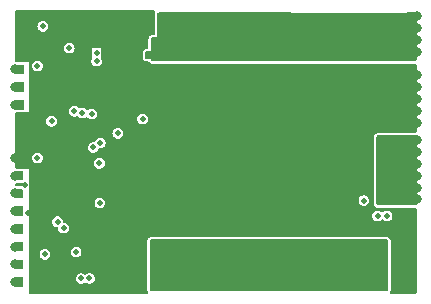
<source format=gbr>
%TF.GenerationSoftware,KiCad,Pcbnew,7.0.9*%
%TF.CreationDate,2024-04-04T22:54:04+08:00*%
%TF.ProjectId,power_module_v0.1,706f7765-725f-46d6-9f64-756c655f7630,rev?*%
%TF.SameCoordinates,Original*%
%TF.FileFunction,Copper,L4,Bot*%
%TF.FilePolarity,Positive*%
%FSLAX46Y46*%
G04 Gerber Fmt 4.6, Leading zero omitted, Abs format (unit mm)*
G04 Created by KiCad (PCBNEW 7.0.9) date 2024-04-04 22:54:04*
%MOMM*%
%LPD*%
G01*
G04 APERTURE LIST*
%TA.AperFunction,ViaPad*%
%ADD10C,0.800000*%
%TD*%
%TA.AperFunction,ViaPad*%
%ADD11C,0.500000*%
%TD*%
G04 APERTURE END LIST*
D10*
%TO.N,Net-(U1-NRST)*%
X116600000Y-98000000D03*
D11*
X119700000Y-99400000D03*
%TO.N,GNDA*%
X148600000Y-96000000D03*
X137570000Y-108630000D03*
X145070000Y-108630000D03*
X144850000Y-98250000D03*
X120630000Y-112860000D03*
X135850000Y-102000000D03*
X136600000Y-95250000D03*
X137350000Y-101250000D03*
X126800000Y-95600000D03*
X139600000Y-101250000D03*
X138100000Y-104000000D03*
X134340000Y-106800000D03*
X126200000Y-104350000D03*
X128700000Y-101700000D03*
X149350000Y-95250000D03*
X124400000Y-113700000D03*
X143350000Y-101250000D03*
X126800000Y-93800000D03*
X140350000Y-102000000D03*
X147100000Y-97500000D03*
X136600000Y-98250000D03*
X149350000Y-96000000D03*
X134600000Y-96000000D03*
X134350000Y-99750000D03*
X138850000Y-104000000D03*
X124200000Y-90500000D03*
X117740000Y-107130000D03*
X134350000Y-104750000D03*
X138850000Y-105500000D03*
X136590000Y-106800000D03*
X139600000Y-100500000D03*
X117650000Y-98850000D03*
X134600000Y-96750000D03*
X136600000Y-99750000D03*
X136600000Y-102000000D03*
X138100000Y-99000000D03*
X133600000Y-104750000D03*
X144850000Y-103500000D03*
X141850000Y-104750000D03*
X121250000Y-99100000D03*
X142600000Y-100500000D03*
X139600000Y-104000000D03*
X122250000Y-91000000D03*
X137350000Y-99750000D03*
X141850000Y-99000000D03*
X129000000Y-95400000D03*
X138850000Y-95250000D03*
X139600000Y-97500000D03*
X138850000Y-104750000D03*
X122800000Y-96650000D03*
X142600000Y-97500000D03*
X138100000Y-100500000D03*
X148600000Y-95250000D03*
X138100000Y-104000000D03*
X123000000Y-90500000D03*
X125800000Y-102000000D03*
X126200000Y-96200000D03*
X119850000Y-105049500D03*
X120550000Y-92400000D03*
X146350000Y-98250000D03*
X128100000Y-100750000D03*
X138100000Y-104750000D03*
X135100000Y-104000000D03*
X137350000Y-100500000D03*
X130400000Y-96000000D03*
X122000000Y-103300000D03*
X135850000Y-98250000D03*
X124250000Y-91600000D03*
X136600000Y-104750000D03*
X135100000Y-97500000D03*
X135570000Y-108630000D03*
X117480000Y-104760000D03*
X138850000Y-97500000D03*
X137350000Y-104000000D03*
X137340000Y-106800000D03*
X144850000Y-101250000D03*
X136600000Y-104000000D03*
X141100000Y-104000000D03*
X125950000Y-113600000D03*
X122800000Y-113700000D03*
X147100000Y-96000000D03*
X125230000Y-107980000D03*
X134570000Y-108630000D03*
X144100000Y-96750000D03*
X121442984Y-102900000D03*
X124100000Y-111500000D03*
X144840000Y-106800000D03*
X126200000Y-103700000D03*
X136600000Y-99000000D03*
D10*
X116600000Y-102500000D03*
D11*
X119400000Y-96400000D03*
X122418886Y-91631114D03*
X126205014Y-105550500D03*
X136570000Y-108630000D03*
X148600000Y-99000000D03*
X122200000Y-109000000D03*
X141570000Y-108630000D03*
X140350000Y-100500000D03*
X137350000Y-104750000D03*
X143350000Y-102000000D03*
X142600000Y-98250000D03*
X135850000Y-104000000D03*
X141100000Y-102000000D03*
X141100000Y-101250000D03*
X143350000Y-95250000D03*
X121400000Y-95000000D03*
X135100000Y-104750000D03*
X146350000Y-96000000D03*
X144050000Y-103450000D03*
X133570000Y-108630000D03*
D10*
X150600000Y-99500000D03*
D11*
X132100000Y-95400000D03*
X144100000Y-96000000D03*
X140350000Y-101250000D03*
X140350000Y-97500000D03*
X117000000Y-99600000D03*
X140570000Y-108630000D03*
X139600000Y-104000000D03*
X126200000Y-95000000D03*
X125600000Y-94400000D03*
X121100000Y-109400000D03*
X143350000Y-105500000D03*
X126150000Y-109500000D03*
X138850000Y-99750000D03*
X140350000Y-95250000D03*
X134350000Y-100500000D03*
X122700000Y-94000000D03*
X148600000Y-96750000D03*
X138570000Y-108630000D03*
X121700000Y-90500000D03*
X135100000Y-100500000D03*
X140350000Y-99750000D03*
X135100000Y-99750000D03*
X141850000Y-95250000D03*
X138100000Y-105500000D03*
X142600000Y-105500000D03*
X120750000Y-97250000D03*
X134350000Y-104000000D03*
X133590000Y-106800000D03*
X142600000Y-104750000D03*
X147850000Y-96750000D03*
X134350000Y-101250000D03*
X117200000Y-90500000D03*
X137350000Y-99000000D03*
X125600000Y-96200000D03*
X135850000Y-104000000D03*
X136600000Y-104000000D03*
X140350000Y-104750000D03*
X138100000Y-98250000D03*
X121350000Y-92400000D03*
X121400000Y-96700000D03*
X144850000Y-102000000D03*
X148600000Y-99750000D03*
X133600000Y-105500000D03*
X122699500Y-93200000D03*
X126200000Y-106900000D03*
X141840000Y-106800000D03*
X133600000Y-101250000D03*
X137350000Y-102000000D03*
X147100000Y-96750000D03*
X120100000Y-96400000D03*
X136600000Y-105500000D03*
X139600000Y-99750000D03*
X141100000Y-97500000D03*
X138850000Y-98250000D03*
X145350000Y-105000000D03*
X126200000Y-103100000D03*
X135850000Y-105500000D03*
X138100000Y-105500000D03*
X117325000Y-92175000D03*
X117850000Y-94000000D03*
X126800000Y-95000000D03*
X137350000Y-104750000D03*
X143570000Y-108630000D03*
X149350000Y-99000000D03*
X126500000Y-96700000D03*
D10*
X150600000Y-95500000D03*
D11*
X144850000Y-102750000D03*
X126150000Y-110400000D03*
X137350000Y-104000000D03*
X138100000Y-97500000D03*
X117680000Y-99600000D03*
X137350000Y-105500000D03*
X124250000Y-92350000D03*
X129000000Y-96000000D03*
X121400000Y-95700000D03*
X135850000Y-95250000D03*
X138850000Y-99000000D03*
X140350000Y-104000000D03*
X146350000Y-96750000D03*
X136600000Y-101250000D03*
X122200000Y-108200000D03*
X126200000Y-93800000D03*
X144100000Y-95250000D03*
X138850000Y-100500000D03*
X142600000Y-96750000D03*
X135100000Y-102000000D03*
X140340000Y-106800000D03*
X141100000Y-99000000D03*
X135850000Y-101250000D03*
X122100000Y-113700000D03*
X137350000Y-97500000D03*
X121100000Y-110200000D03*
X146350000Y-95250000D03*
X122950000Y-92400000D03*
X144100000Y-100500000D03*
X119990000Y-109590000D03*
X147850000Y-97500000D03*
X142570000Y-108630000D03*
X119450498Y-103255169D03*
X141850000Y-96000000D03*
X122000000Y-102500000D03*
X138840000Y-106800000D03*
X144850000Y-95250000D03*
X141100000Y-99750000D03*
X145600000Y-95250000D03*
X121400000Y-97300000D03*
X139570000Y-108630000D03*
X125600000Y-93800000D03*
X138100000Y-104000000D03*
X149350000Y-97500000D03*
X119700000Y-113700000D03*
X120020000Y-110390000D03*
X145600000Y-99000000D03*
X147100000Y-99000000D03*
X135840000Y-106800000D03*
X117000000Y-98850000D03*
X135100000Y-101250000D03*
X147850000Y-98250000D03*
X125100000Y-113700000D03*
X138100000Y-102000000D03*
X126200000Y-94400000D03*
X142600000Y-99750000D03*
X139600000Y-98250000D03*
X125600000Y-91400000D03*
X147100000Y-95250000D03*
X118900000Y-113700000D03*
X144320000Y-108630000D03*
X141090000Y-106800000D03*
X134350000Y-102000000D03*
X136600000Y-104000000D03*
X142600000Y-95250000D03*
X121450000Y-112870000D03*
X143350000Y-98250000D03*
X149350000Y-99750000D03*
X129800000Y-95400000D03*
X123600000Y-113700000D03*
X125780000Y-107390000D03*
X120600000Y-90500000D03*
X126150000Y-111750000D03*
X137350000Y-104000000D03*
X147850000Y-99750000D03*
X145600000Y-99750000D03*
X118070000Y-109180000D03*
X142590000Y-106800000D03*
X138100000Y-95250000D03*
X139600000Y-104750000D03*
X147850000Y-99000000D03*
X118100000Y-113700000D03*
X126800000Y-96200000D03*
X143350000Y-96000000D03*
X143340000Y-106800000D03*
X121300000Y-113700000D03*
X125600000Y-95600000D03*
X135100000Y-105500000D03*
X145350000Y-104000000D03*
X144850000Y-97500000D03*
X147850000Y-95250000D03*
X130400000Y-95400000D03*
X144100000Y-102000000D03*
X144100000Y-98250000D03*
X139600000Y-99000000D03*
X145600000Y-96000000D03*
X139600000Y-102000000D03*
X141100000Y-105500000D03*
X147850000Y-96000000D03*
X144100000Y-101250000D03*
X141850000Y-105500000D03*
X145600000Y-97500000D03*
X142600000Y-102000000D03*
X138100000Y-99750000D03*
D10*
X150600000Y-98500000D03*
D11*
X119427657Y-105542937D03*
X141100000Y-95250000D03*
X141850000Y-99750000D03*
X125650000Y-110000000D03*
X118060000Y-104170000D03*
X138100000Y-104750000D03*
X125300000Y-102800000D03*
X125600000Y-95000000D03*
X141100000Y-104000000D03*
X141850000Y-101250000D03*
X117200000Y-92900000D03*
X138090000Y-106800000D03*
X138850000Y-101250000D03*
X137350000Y-95250000D03*
X129800000Y-94800000D03*
X138100000Y-101250000D03*
X118070000Y-103510000D03*
X140350000Y-98250000D03*
X118300000Y-90500000D03*
X144090000Y-106800000D03*
X123680000Y-112080000D03*
X142600000Y-99000000D03*
X131500000Y-95400000D03*
X136600000Y-97500000D03*
X144800000Y-105000000D03*
X121500000Y-108450000D03*
X124610000Y-106700000D03*
X125600000Y-90500000D03*
X149350000Y-98250000D03*
D10*
X150600000Y-97500000D03*
D11*
X124646256Y-108485630D03*
X125200000Y-110450000D03*
X141100000Y-104750000D03*
X144100000Y-99750000D03*
X146350000Y-99000000D03*
X126150000Y-111000000D03*
X149350000Y-96750000D03*
X135100000Y-98250000D03*
X145400000Y-106800000D03*
X144850000Y-100500000D03*
X140350000Y-99000000D03*
X135850000Y-97500000D03*
X126100000Y-113000000D03*
X133600000Y-102000000D03*
X142600000Y-96000000D03*
X125300000Y-102200000D03*
X118000000Y-100950000D03*
X119400000Y-95800000D03*
X132850000Y-96000000D03*
X142600000Y-101250000D03*
X141850000Y-96750000D03*
X127450000Y-100750000D03*
X126200000Y-95600000D03*
X128700000Y-100750000D03*
X129000000Y-94800000D03*
X123500000Y-92800000D03*
X120500000Y-113700000D03*
X143350000Y-99000000D03*
X141850000Y-104000000D03*
X130400000Y-94800000D03*
X119512640Y-107770232D03*
X143350000Y-99750000D03*
X135850000Y-104750000D03*
X141850000Y-100500000D03*
X143600000Y-102850000D03*
X124700000Y-110900000D03*
X138850000Y-102000000D03*
X141850000Y-97500000D03*
X143350000Y-100500000D03*
X145600000Y-98250000D03*
X141850000Y-102000000D03*
X125900000Y-96700000D03*
X123200000Y-109800000D03*
X135850000Y-99000000D03*
X146350000Y-97500000D03*
X126150000Y-112350000D03*
X140350000Y-105500000D03*
X125300000Y-101500000D03*
X139600000Y-105500000D03*
X135090000Y-106800000D03*
X119500000Y-90500000D03*
X135850000Y-100500000D03*
X120800000Y-96700000D03*
X123000000Y-91300000D03*
X126200000Y-104948977D03*
X133600000Y-104000000D03*
X129800000Y-96000000D03*
X144850000Y-96000000D03*
X148600000Y-98250000D03*
X136600000Y-100500000D03*
X144850000Y-99000000D03*
X147100000Y-98250000D03*
X137350000Y-98250000D03*
X144100000Y-97500000D03*
X118100916Y-106476196D03*
X148600000Y-97500000D03*
X146350000Y-99750000D03*
X143350000Y-96750000D03*
X133600000Y-100500000D03*
X123500000Y-93600497D03*
X126800000Y-94400000D03*
X145600000Y-96750000D03*
X144850000Y-99750000D03*
X139600000Y-95250000D03*
X139590000Y-106800000D03*
X121390000Y-94100000D03*
D10*
X150600000Y-96500000D03*
D11*
X133850000Y-96000000D03*
X135850000Y-99750000D03*
X144850000Y-101250000D03*
X141850000Y-98250000D03*
X144550000Y-104050000D03*
X122700000Y-110300000D03*
X127400000Y-94800000D03*
X120049445Y-95791374D03*
X143350000Y-97500000D03*
X117850000Y-92900000D03*
X138850000Y-104000000D03*
X141100000Y-98250000D03*
X134350000Y-105500000D03*
X140350000Y-104000000D03*
X117200000Y-94000000D03*
X144100000Y-99000000D03*
X126200000Y-102450497D03*
X147100000Y-99750000D03*
X144850000Y-96750000D03*
X141100000Y-100500000D03*
%TO.N,+5VA*%
X125300000Y-100400000D03*
X118950000Y-91350000D03*
%TO.N,Net-(U2-VSEN+)*%
X132600000Y-111250000D03*
X129600000Y-112000000D03*
X134850000Y-112000000D03*
X147600000Y-113500000D03*
X146850000Y-112750000D03*
X134850000Y-112750000D03*
X128600000Y-109750000D03*
X131100000Y-112000000D03*
X146350000Y-110500000D03*
X133350000Y-112000000D03*
X140100000Y-112750000D03*
X131850000Y-109750000D03*
X146850000Y-113500000D03*
X147850000Y-111250000D03*
X137850000Y-113500000D03*
X147850000Y-110500000D03*
X144600000Y-109750000D03*
X140100000Y-113500000D03*
X147100000Y-110500000D03*
X121770332Y-110461723D03*
X136350000Y-113500000D03*
X134850000Y-113500000D03*
X138600000Y-112000000D03*
X146100000Y-113500000D03*
X132600000Y-112750000D03*
X141600000Y-113500000D03*
X131100000Y-113500000D03*
X144600000Y-113500000D03*
X131100000Y-112750000D03*
X134850000Y-111250000D03*
X145350000Y-113500000D03*
X131850000Y-112000000D03*
X128600000Y-110500000D03*
X132600000Y-110500000D03*
X137850000Y-112000000D03*
X137100000Y-113500000D03*
X143100000Y-113500000D03*
X130350000Y-112000000D03*
X147850000Y-109750000D03*
X133350000Y-109750000D03*
X130350000Y-110500000D03*
X133350000Y-112750000D03*
X142350000Y-113500000D03*
X146100000Y-112750000D03*
X143100000Y-112750000D03*
X134100000Y-112000000D03*
X138600000Y-109750000D03*
X129600000Y-109750000D03*
X131100000Y-110500000D03*
X142350000Y-109750000D03*
X132600000Y-113500000D03*
X142350000Y-112000000D03*
X130350000Y-112750000D03*
X146100000Y-112000000D03*
X140850000Y-109750000D03*
X131100000Y-111250000D03*
X133350000Y-111250000D03*
X141600000Y-109750000D03*
X134100000Y-109750000D03*
X129600000Y-112750000D03*
X132600000Y-112000000D03*
X147600000Y-112000000D03*
X135600000Y-112000000D03*
X134100000Y-110500000D03*
X134100000Y-112750000D03*
X136350000Y-111250000D03*
X139350000Y-113500000D03*
X143850000Y-109750000D03*
X131850000Y-110500000D03*
X139350000Y-112000000D03*
X129600000Y-110500000D03*
X128600000Y-112000000D03*
X146144500Y-106100000D03*
X144600000Y-112000000D03*
X128600000Y-113500000D03*
X145350000Y-112000000D03*
X131850000Y-112750000D03*
X134100000Y-111250000D03*
X145350000Y-109750000D03*
X143100000Y-109750000D03*
X143850000Y-112000000D03*
X131850000Y-111250000D03*
X143100000Y-112000000D03*
X137850000Y-109750000D03*
X146350000Y-111250000D03*
X132600000Y-109750000D03*
X137850000Y-112750000D03*
X147100000Y-109750000D03*
X147100000Y-111250000D03*
X140850000Y-112000000D03*
X131850000Y-113500000D03*
X140850000Y-113500000D03*
X140100000Y-112000000D03*
X129600000Y-113500000D03*
X133350000Y-110500000D03*
X137100000Y-112750000D03*
X136350000Y-112750000D03*
X130350000Y-109750000D03*
X141600000Y-112750000D03*
X140850000Y-112750000D03*
X142350000Y-112750000D03*
X138600000Y-113500000D03*
X139364224Y-112741396D03*
X130350000Y-111250000D03*
X137100000Y-112000000D03*
X143850000Y-112750000D03*
X134100000Y-113500000D03*
X130350000Y-113500000D03*
X139350000Y-109750000D03*
X144600000Y-112750000D03*
X138600000Y-112750000D03*
X131100000Y-109750000D03*
X146350000Y-109750000D03*
X128600000Y-112750000D03*
X129600000Y-111250000D03*
X141600000Y-112000000D03*
X146850000Y-112000000D03*
X135600000Y-113500000D03*
X136350000Y-112000000D03*
X139999503Y-109750000D03*
X145350000Y-112750000D03*
X123500000Y-94300000D03*
X147600000Y-112750000D03*
X135600000Y-111250000D03*
X135600000Y-112750000D03*
X128600000Y-111250000D03*
X133350000Y-113500000D03*
X143850000Y-113500000D03*
%TO.N,VCC*%
X141850000Y-93750000D03*
X127400000Y-99200000D03*
X144850000Y-90750000D03*
X132850000Y-90750000D03*
X138100000Y-92250000D03*
X149350000Y-92250000D03*
X145600000Y-92250000D03*
X135850000Y-90750000D03*
X144100000Y-93750000D03*
X147850000Y-93750000D03*
X138850000Y-90750000D03*
X148600000Y-93750000D03*
X136600000Y-90750000D03*
X144850000Y-91500000D03*
X141100000Y-92250000D03*
X130200000Y-93800000D03*
X144100000Y-92250000D03*
X136600000Y-92250000D03*
X142600000Y-92250000D03*
X141850000Y-92250000D03*
X144850000Y-93750000D03*
X138850000Y-92250000D03*
X132100000Y-93000000D03*
X135850000Y-92250000D03*
X138850000Y-91500000D03*
X146350000Y-93750000D03*
X140350000Y-90750000D03*
X149350000Y-93750000D03*
X148600000Y-91500000D03*
X130600000Y-90750000D03*
X144100000Y-93000000D03*
X137350000Y-90750000D03*
X129100000Y-90750000D03*
X147100000Y-91500000D03*
X143350000Y-93000000D03*
X148600000Y-90750000D03*
X142600000Y-93000000D03*
X133600000Y-90750000D03*
X135850000Y-91500000D03*
D10*
X150600000Y-93500000D03*
D11*
X132100000Y-91500000D03*
X147850000Y-92250000D03*
X144100000Y-90750000D03*
X145600000Y-93750000D03*
X135100000Y-90750000D03*
X129850000Y-90750000D03*
X131350000Y-91500000D03*
X149350000Y-90750000D03*
X143350000Y-92250000D03*
X145600000Y-90750000D03*
X132100000Y-92250000D03*
X135100000Y-92250000D03*
X146350000Y-90750000D03*
X141850000Y-93000000D03*
X145600000Y-93000000D03*
X134350000Y-92250000D03*
X134350000Y-91500000D03*
X145600000Y-91500000D03*
D10*
X150600000Y-90500000D03*
D11*
X144100000Y-91500000D03*
X137350000Y-91500000D03*
X147100000Y-93000000D03*
X128100000Y-93800000D03*
X129850000Y-91500000D03*
X133600000Y-92250000D03*
X133600000Y-91500000D03*
X134350000Y-90750000D03*
X137350000Y-92250000D03*
X143350000Y-93750000D03*
X138100000Y-91500000D03*
X142600000Y-91500000D03*
X140350000Y-91500000D03*
D10*
X150600000Y-92500000D03*
D11*
X147100000Y-93750000D03*
X132100000Y-90750000D03*
X128800000Y-93800000D03*
X139600000Y-92250000D03*
X146350000Y-92250000D03*
X143350000Y-91500000D03*
X147850000Y-93000000D03*
X132850000Y-91500000D03*
X129100000Y-91500000D03*
X140350000Y-92250000D03*
X142600000Y-93750000D03*
X149350000Y-91500000D03*
X148600000Y-92250000D03*
X144850000Y-93000000D03*
X149350000Y-93000000D03*
X141850000Y-90750000D03*
X146350000Y-91500000D03*
X143350000Y-90750000D03*
X141100000Y-91500000D03*
X142600000Y-90750000D03*
X141850000Y-91500000D03*
X148600000Y-93000000D03*
X139600000Y-90750000D03*
X146350000Y-93000000D03*
X131350000Y-90750000D03*
X147100000Y-90750000D03*
X139600000Y-91500000D03*
X147850000Y-91500000D03*
X129500000Y-93800000D03*
X141100000Y-90750000D03*
X144850000Y-92250000D03*
X130600000Y-91500000D03*
X138100000Y-90750000D03*
X135100000Y-91500000D03*
X136600000Y-91500000D03*
X147100000Y-92250000D03*
D10*
X150600000Y-91500000D03*
D11*
X147850000Y-90750000D03*
X132850000Y-92250000D03*
%TO.N,+3.3V*%
X118500000Y-102500000D03*
X118500000Y-94700000D03*
X119130000Y-110660000D03*
D10*
X116600000Y-104000000D03*
D11*
X123790000Y-106300000D03*
X121200000Y-93200000D03*
X123100000Y-98790000D03*
X123742333Y-102953937D03*
D10*
X116600000Y-104000000D03*
D11*
%TO.N,I2C0_SCL*%
X123809998Y-101226361D03*
X120200000Y-107900000D03*
D10*
X116600000Y-111500000D03*
%TO.N,UART_TXD*%
X116600000Y-105500000D03*
%TO.N,UART_RXD*%
X116600000Y-107000000D03*
D11*
%TO.N,I2C0_SDA*%
X123224500Y-101609109D03*
X120711349Y-108434212D03*
D10*
X116600000Y-113000000D03*
D11*
%TO.N,Net-(U3-Vin-)*%
X147300000Y-107400000D03*
X122200000Y-112700000D03*
%TO.N,Net-(U3-Vin+)*%
X148100000Y-107400000D03*
X122899503Y-112700000D03*
%TO.N,/VOUT*%
X148600000Y-104000000D03*
X148600000Y-104750000D03*
X148600000Y-106250000D03*
X149350000Y-103250000D03*
X147850000Y-102500000D03*
D10*
X150600000Y-103000000D03*
D11*
X147850000Y-104750000D03*
X147850000Y-105500000D03*
X147850000Y-101750000D03*
X147850000Y-104000000D03*
X149350000Y-102500000D03*
D10*
X150600000Y-106000000D03*
D11*
X149350000Y-104750000D03*
X148600000Y-102500000D03*
D10*
X150600000Y-105000000D03*
D11*
X148600000Y-103250000D03*
X147950497Y-101000000D03*
X149350000Y-104000000D03*
X147850000Y-106250000D03*
X149350000Y-106250000D03*
D10*
X150600000Y-101000000D03*
D11*
X147850000Y-103250000D03*
D10*
X150600000Y-102000000D03*
D11*
X149350000Y-105500000D03*
X148600000Y-101000000D03*
X149350000Y-101000000D03*
X148600000Y-101750000D03*
X148600000Y-105500000D03*
D10*
X150600000Y-104000000D03*
D11*
X149350000Y-101750000D03*
D10*
%TO.N,GPIO2*%
X116600000Y-108500000D03*
%TO.N,GPIO3*%
X116600000Y-110000000D03*
D11*
%TO.N,SWDIO*%
X122300000Y-98700000D03*
D10*
X116600000Y-95000000D03*
%TO.N,SWCLK*%
X116600000Y-96500000D03*
D11*
X121617128Y-98549500D03*
%TD*%
%TA.AperFunction,Conductor*%
%TO.N,+3.3V*%
G36*
X117296632Y-103603368D02*
G01*
X117300000Y-103611500D01*
X117300000Y-104334724D01*
X117296632Y-104342856D01*
X117291745Y-104345757D01*
X117290929Y-104345996D01*
X117209740Y-104398174D01*
X117203523Y-104400000D01*
X116612000Y-104400000D01*
X116603868Y-104396632D01*
X116600500Y-104388500D01*
X116600500Y-103611500D01*
X116603868Y-103603368D01*
X116612000Y-103600000D01*
X117288500Y-103600000D01*
X117296632Y-103603368D01*
G37*
%TD.AperFunction*%
%TD*%
%TA.AperFunction,Conductor*%
%TO.N,Net-(U2-VSEN+)*%
G36*
X148143039Y-109419685D02*
G01*
X148188794Y-109472489D01*
X148200000Y-109524000D01*
X148200000Y-113676000D01*
X148180315Y-113743039D01*
X148127511Y-113788794D01*
X148076000Y-113800000D01*
X128124000Y-113800000D01*
X128056961Y-113780315D01*
X128011206Y-113727511D01*
X128000000Y-113676000D01*
X128000000Y-109524000D01*
X128019685Y-109456961D01*
X128072489Y-109411206D01*
X128124000Y-109400000D01*
X148076000Y-109400000D01*
X148143039Y-109419685D01*
G37*
%TD.AperFunction*%
%TD*%
%TA.AperFunction,Conductor*%
%TO.N,I2C0_SDA*%
G36*
X117296632Y-112603368D02*
G01*
X117300000Y-112611500D01*
X117300000Y-113388500D01*
X117296632Y-113396632D01*
X117288500Y-113400000D01*
X116612000Y-113400000D01*
X116603868Y-113396632D01*
X116600500Y-113388500D01*
X116600500Y-112611500D01*
X116603868Y-112603368D01*
X116612000Y-112600000D01*
X117288500Y-112600000D01*
X117296632Y-112603368D01*
G37*
%TD.AperFunction*%
%TD*%
%TA.AperFunction,Conductor*%
%TO.N,SWCLK*%
G36*
X117396632Y-96103368D02*
G01*
X117400000Y-96111500D01*
X117400000Y-96888500D01*
X117396632Y-96896632D01*
X117388500Y-96900000D01*
X116612000Y-96900000D01*
X116603868Y-96896632D01*
X116600500Y-96888500D01*
X116600500Y-96111500D01*
X116603868Y-96103368D01*
X116612000Y-96100000D01*
X117388500Y-96100000D01*
X117396632Y-96103368D01*
G37*
%TD.AperFunction*%
%TD*%
%TA.AperFunction,Conductor*%
%TO.N,GPIO3*%
G36*
X117296632Y-109603368D02*
G01*
X117300000Y-109611500D01*
X117300000Y-110388500D01*
X117296632Y-110396632D01*
X117288500Y-110400000D01*
X116612000Y-110400000D01*
X116603868Y-110396632D01*
X116600500Y-110388500D01*
X116600500Y-109611500D01*
X116603868Y-109603368D01*
X116612000Y-109600000D01*
X117288500Y-109600000D01*
X117296632Y-109603368D01*
G37*
%TD.AperFunction*%
%TD*%
%TA.AperFunction,Conductor*%
%TO.N,VCC*%
G36*
X150596132Y-90103368D02*
G01*
X150599500Y-90111500D01*
X150599500Y-90186001D01*
X149800000Y-90185773D01*
X149800000Y-90111500D01*
X149803368Y-90103368D01*
X149811500Y-90100000D01*
X150588000Y-90100000D01*
X150596132Y-90103368D01*
G37*
%TD.AperFunction*%
%TD*%
%TA.AperFunction,Conductor*%
%TO.N,VCC*%
G36*
X150591233Y-90185999D02*
G01*
X150599500Y-90224000D01*
X150599500Y-94176000D01*
X150579815Y-94243039D01*
X150527011Y-94288794D01*
X150475500Y-94300000D01*
X128214170Y-94300000D01*
X128147131Y-94280315D01*
X128101376Y-94227511D01*
X128090170Y-94176000D01*
X128090170Y-94120000D01*
X127754170Y-94120000D01*
X127687131Y-94100315D01*
X127641376Y-94047511D01*
X127630170Y-93996000D01*
X127630170Y-93564000D01*
X127649855Y-93496961D01*
X127702659Y-93451206D01*
X127754170Y-93440000D01*
X128100170Y-93440000D01*
X128100170Y-92404000D01*
X128119855Y-92336961D01*
X128172659Y-92291206D01*
X128224170Y-92280000D01*
X128640170Y-92280000D01*
X128640170Y-90304000D01*
X128659855Y-90236961D01*
X128712659Y-90191206D01*
X128764170Y-90180000D01*
X129550170Y-90180000D01*
X150591233Y-90185999D01*
G37*
%TD.AperFunction*%
%TD*%
%TA.AperFunction,Conductor*%
%TO.N,GPIO2*%
G36*
X117296632Y-108103368D02*
G01*
X117300000Y-108111500D01*
X117300000Y-108888500D01*
X117296632Y-108896632D01*
X117288500Y-108900000D01*
X116612000Y-108900000D01*
X116603868Y-108896632D01*
X116600500Y-108888500D01*
X116600500Y-108111500D01*
X116603868Y-108103368D01*
X116612000Y-108100000D01*
X117288500Y-108100000D01*
X117296632Y-108103368D01*
G37*
%TD.AperFunction*%
%TD*%
%TA.AperFunction,Conductor*%
%TO.N,GNDA*%
G36*
X128418159Y-90020185D02*
G01*
X128463914Y-90072989D01*
X128473858Y-90142147D01*
X128463793Y-90171981D01*
X128465377Y-90172647D01*
X128462679Y-90179064D01*
X128442996Y-90246096D01*
X128434670Y-90304003D01*
X128434670Y-91950500D01*
X128414985Y-92017539D01*
X128362181Y-92063294D01*
X128310670Y-92074500D01*
X128224162Y-92074500D01*
X128180483Y-92079197D01*
X128128977Y-92090402D01*
X128118799Y-92092889D01*
X128118794Y-92092891D01*
X128038086Y-92135899D01*
X128038083Y-92135901D01*
X127993414Y-92174607D01*
X127985281Y-92181655D01*
X127967329Y-92199243D01*
X127967324Y-92199249D01*
X127922681Y-92279059D01*
X127922679Y-92279064D01*
X127902996Y-92346096D01*
X127894670Y-92404003D01*
X127894670Y-93110500D01*
X127874985Y-93177539D01*
X127822181Y-93223294D01*
X127770670Y-93234500D01*
X127754162Y-93234500D01*
X127710483Y-93239197D01*
X127658977Y-93250402D01*
X127648799Y-93252889D01*
X127648794Y-93252891D01*
X127568086Y-93295899D01*
X127568083Y-93295901D01*
X127530780Y-93328225D01*
X127515281Y-93341655D01*
X127497329Y-93359243D01*
X127497324Y-93359249D01*
X127452681Y-93439059D01*
X127452679Y-93439064D01*
X127432996Y-93506096D01*
X127432995Y-93506101D01*
X127432995Y-93506102D01*
X127427551Y-93543967D01*
X127424670Y-93564003D01*
X127424670Y-93996007D01*
X127429367Y-94039686D01*
X127440572Y-94091193D01*
X127443059Y-94101370D01*
X127443060Y-94101373D01*
X127486070Y-94182085D01*
X127531825Y-94234889D01*
X127549416Y-94252843D01*
X127549417Y-94252844D01*
X127549419Y-94252845D01*
X127629229Y-94297488D01*
X127629233Y-94297490D01*
X127696272Y-94317175D01*
X127754170Y-94325500D01*
X127857740Y-94325500D01*
X127924779Y-94345185D01*
X127951451Y-94368296D01*
X127991825Y-94414889D01*
X128009416Y-94432843D01*
X128009417Y-94432844D01*
X128009419Y-94432845D01*
X128047126Y-94453937D01*
X128089233Y-94477490D01*
X128156272Y-94497175D01*
X128214170Y-94505500D01*
X128214174Y-94505500D01*
X150475500Y-94505500D01*
X150542539Y-94525185D01*
X150588294Y-94577989D01*
X150599500Y-94629500D01*
X150599500Y-100245682D01*
X150579815Y-100312721D01*
X150527011Y-100358476D01*
X150475682Y-100369682D01*
X147894457Y-100373477D01*
X147323511Y-100374317D01*
X147301744Y-100376682D01*
X147279973Y-100379047D01*
X147252890Y-100384960D01*
X147228653Y-100390253D01*
X147223640Y-100391480D01*
X147218628Y-100392706D01*
X147218626Y-100392707D01*
X147137916Y-100435716D01*
X147137913Y-100435718D01*
X147093244Y-100474424D01*
X147085111Y-100481472D01*
X147067159Y-100499060D01*
X147067154Y-100499066D01*
X147022511Y-100578876D01*
X147022509Y-100578881D01*
X147002826Y-100645913D01*
X147002825Y-100645918D01*
X147002825Y-100645919D01*
X146995458Y-100697159D01*
X146994500Y-100703820D01*
X146994500Y-106376007D01*
X146999197Y-106419686D01*
X147010402Y-106471193D01*
X147011446Y-106475464D01*
X147012890Y-106481373D01*
X147055900Y-106562085D01*
X147101655Y-106614889D01*
X147119246Y-106632843D01*
X147119247Y-106632844D01*
X147119249Y-106632845D01*
X147197563Y-106676651D01*
X147199063Y-106677490D01*
X147266102Y-106697175D01*
X147304963Y-106702762D01*
X147344324Y-106720739D01*
X147396223Y-106705500D01*
X148003776Y-106705500D01*
X148070815Y-106725185D01*
X148099999Y-106758865D01*
X148129184Y-106725185D01*
X148196223Y-106705500D01*
X150475500Y-106705500D01*
X150542539Y-106725185D01*
X150588294Y-106777989D01*
X150599500Y-106829500D01*
X150599500Y-113875500D01*
X150579815Y-113942539D01*
X150527011Y-113988294D01*
X150475500Y-113999500D01*
X148477862Y-113999500D01*
X148410823Y-113979815D01*
X148365068Y-113927011D01*
X148355124Y-113857853D01*
X148369641Y-113814967D01*
X148377490Y-113800937D01*
X148397175Y-113733898D01*
X148405500Y-113676000D01*
X148405500Y-109524000D01*
X148400803Y-109480316D01*
X148396535Y-109460701D01*
X148389598Y-109428807D01*
X148387110Y-109418629D01*
X148387110Y-109418627D01*
X148344100Y-109337915D01*
X148298345Y-109285111D01*
X148280756Y-109267159D01*
X148280750Y-109267154D01*
X148200940Y-109222511D01*
X148200935Y-109222509D01*
X148133903Y-109202826D01*
X148133899Y-109202825D01*
X148133898Y-109202825D01*
X148076000Y-109194500D01*
X128124000Y-109194500D01*
X128123992Y-109194500D01*
X128080313Y-109199197D01*
X128028807Y-109210402D01*
X128018629Y-109212889D01*
X128018624Y-109212891D01*
X127937916Y-109255899D01*
X127937913Y-109255901D01*
X127904205Y-109285110D01*
X127885111Y-109301655D01*
X127867159Y-109319243D01*
X127867154Y-109319249D01*
X127822511Y-109399059D01*
X127822509Y-109399064D01*
X127802826Y-109466096D01*
X127802825Y-109466101D01*
X127802825Y-109466102D01*
X127794502Y-109523992D01*
X127794500Y-109524003D01*
X127794500Y-113676007D01*
X127799197Y-113719686D01*
X127810402Y-113771193D01*
X127812889Y-113781370D01*
X127812890Y-113781373D01*
X127823315Y-113800937D01*
X127831974Y-113817185D01*
X127846130Y-113885606D01*
X127821047Y-113950818D01*
X127764690Y-113992117D01*
X127722542Y-113999500D01*
X117924000Y-113999500D01*
X117856961Y-113979815D01*
X117811206Y-113927011D01*
X117800000Y-113875500D01*
X117800000Y-112700000D01*
X121744867Y-112700000D01*
X121763302Y-112828225D01*
X121817117Y-112946061D01*
X121817118Y-112946063D01*
X121901951Y-113043967D01*
X122010931Y-113114004D01*
X122135225Y-113150499D01*
X122135227Y-113150500D01*
X122135228Y-113150500D01*
X122264773Y-113150500D01*
X122264773Y-113150499D01*
X122389069Y-113114004D01*
X122482713Y-113053822D01*
X122549752Y-113034139D01*
X122616790Y-113053823D01*
X122710434Y-113114004D01*
X122834728Y-113150499D01*
X122834730Y-113150500D01*
X122834731Y-113150500D01*
X122964276Y-113150500D01*
X122964276Y-113150499D01*
X123088572Y-113114004D01*
X123197552Y-113043967D01*
X123282385Y-112946063D01*
X123336200Y-112828226D01*
X123354636Y-112700000D01*
X123336200Y-112571774D01*
X123282385Y-112453937D01*
X123197552Y-112356033D01*
X123088572Y-112285996D01*
X123088568Y-112285994D01*
X123088567Y-112285994D01*
X122964277Y-112249500D01*
X122964275Y-112249500D01*
X122834731Y-112249500D01*
X122834729Y-112249500D01*
X122710438Y-112285994D01*
X122710435Y-112285995D01*
X122710434Y-112285996D01*
X122639099Y-112331839D01*
X122616790Y-112346177D01*
X122549750Y-112365861D01*
X122482713Y-112346177D01*
X122389069Y-112285996D01*
X122389065Y-112285994D01*
X122389064Y-112285994D01*
X122264774Y-112249500D01*
X122264772Y-112249500D01*
X122135228Y-112249500D01*
X122135226Y-112249500D01*
X122010935Y-112285994D01*
X122010932Y-112285995D01*
X122010931Y-112285996D01*
X121959677Y-112318934D01*
X121901950Y-112356033D01*
X121817118Y-112453937D01*
X121817117Y-112453938D01*
X121763302Y-112571774D01*
X121744867Y-112700000D01*
X117800000Y-112700000D01*
X117800000Y-110660000D01*
X118674867Y-110660000D01*
X118693302Y-110788225D01*
X118708732Y-110822011D01*
X118747118Y-110906063D01*
X118831951Y-111003967D01*
X118940931Y-111074004D01*
X119065225Y-111110499D01*
X119065227Y-111110500D01*
X119065228Y-111110500D01*
X119194773Y-111110500D01*
X119194773Y-111110499D01*
X119319069Y-111074004D01*
X119428049Y-111003967D01*
X119512882Y-110906063D01*
X119566697Y-110788226D01*
X119585133Y-110660000D01*
X119566697Y-110531774D01*
X119534705Y-110461723D01*
X121315199Y-110461723D01*
X121333634Y-110589948D01*
X121387449Y-110707784D01*
X121387450Y-110707786D01*
X121472283Y-110805690D01*
X121581263Y-110875727D01*
X121698466Y-110910140D01*
X121705557Y-110912222D01*
X121705559Y-110912223D01*
X121705560Y-110912223D01*
X121835105Y-110912223D01*
X121835105Y-110912222D01*
X121959401Y-110875727D01*
X122068381Y-110805690D01*
X122153214Y-110707786D01*
X122207029Y-110589949D01*
X122225465Y-110461723D01*
X122207029Y-110333497D01*
X122153214Y-110215660D01*
X122068381Y-110117756D01*
X121959401Y-110047719D01*
X121959397Y-110047717D01*
X121959396Y-110047717D01*
X121835106Y-110011223D01*
X121835104Y-110011223D01*
X121705560Y-110011223D01*
X121705558Y-110011223D01*
X121581267Y-110047717D01*
X121581264Y-110047718D01*
X121581263Y-110047719D01*
X121530009Y-110080657D01*
X121472282Y-110117756D01*
X121387450Y-110215660D01*
X121387449Y-110215661D01*
X121333634Y-110333497D01*
X121315199Y-110461723D01*
X119534705Y-110461723D01*
X119512882Y-110413937D01*
X119428049Y-110316033D01*
X119319069Y-110245996D01*
X119319065Y-110245994D01*
X119319064Y-110245994D01*
X119194774Y-110209500D01*
X119194772Y-110209500D01*
X119065228Y-110209500D01*
X119065226Y-110209500D01*
X118940935Y-110245994D01*
X118940932Y-110245995D01*
X118940931Y-110245996D01*
X118889677Y-110278934D01*
X118831950Y-110316033D01*
X118747118Y-110413937D01*
X118747117Y-110413938D01*
X118693302Y-110531774D01*
X118674867Y-110660000D01*
X117800000Y-110660000D01*
X117800000Y-107900000D01*
X119744867Y-107900000D01*
X119763302Y-108028225D01*
X119791626Y-108090245D01*
X119817118Y-108146063D01*
X119901951Y-108243967D01*
X120010931Y-108314004D01*
X120131594Y-108349433D01*
X120135225Y-108350499D01*
X120135227Y-108350500D01*
X120136733Y-108350500D01*
X120138178Y-108350924D01*
X120144005Y-108351762D01*
X120143884Y-108352599D01*
X120203772Y-108370185D01*
X120249527Y-108422989D01*
X120259471Y-108456853D01*
X120274651Y-108562437D01*
X120317729Y-108656762D01*
X120328467Y-108680275D01*
X120413300Y-108778179D01*
X120522280Y-108848216D01*
X120646574Y-108884711D01*
X120646576Y-108884712D01*
X120646577Y-108884712D01*
X120776122Y-108884712D01*
X120776122Y-108884711D01*
X120900418Y-108848216D01*
X121009398Y-108778179D01*
X121094231Y-108680275D01*
X121148046Y-108562438D01*
X121166482Y-108434212D01*
X121148046Y-108305986D01*
X121094231Y-108188149D01*
X121009398Y-108090245D01*
X120900418Y-108020208D01*
X120900414Y-108020206D01*
X120900413Y-108020206D01*
X120776123Y-107983712D01*
X120776121Y-107983712D01*
X120774616Y-107983712D01*
X120773170Y-107983287D01*
X120767344Y-107982450D01*
X120767464Y-107981612D01*
X120707577Y-107964027D01*
X120661822Y-107911223D01*
X120651878Y-107877359D01*
X120636697Y-107771774D01*
X120602404Y-107696684D01*
X120582882Y-107653937D01*
X120498049Y-107556033D01*
X120389069Y-107485996D01*
X120389065Y-107485994D01*
X120389064Y-107485994D01*
X120264774Y-107449500D01*
X120264772Y-107449500D01*
X120135228Y-107449500D01*
X120135226Y-107449500D01*
X120010935Y-107485994D01*
X120010932Y-107485995D01*
X120010931Y-107485996D01*
X119959677Y-107518934D01*
X119901950Y-107556033D01*
X119817118Y-107653937D01*
X119817117Y-107653938D01*
X119763302Y-107771774D01*
X119744867Y-107900000D01*
X117800000Y-107900000D01*
X117800000Y-107400000D01*
X146844867Y-107400000D01*
X146863302Y-107528225D01*
X146898593Y-107605500D01*
X146917118Y-107646063D01*
X147001951Y-107743967D01*
X147110931Y-107814004D01*
X147235225Y-107850499D01*
X147235227Y-107850500D01*
X147235228Y-107850500D01*
X147364773Y-107850500D01*
X147364773Y-107850499D01*
X147489069Y-107814004D01*
X147598049Y-107743967D01*
X147606284Y-107734462D01*
X147665061Y-107696686D01*
X147734930Y-107696684D01*
X147793710Y-107734456D01*
X147793716Y-107734463D01*
X147801949Y-107743966D01*
X147801951Y-107743967D01*
X147910931Y-107814004D01*
X148035225Y-107850499D01*
X148035227Y-107850500D01*
X148035228Y-107850500D01*
X148164773Y-107850500D01*
X148164773Y-107850499D01*
X148289069Y-107814004D01*
X148398049Y-107743967D01*
X148482882Y-107646063D01*
X148536697Y-107528226D01*
X148555133Y-107400000D01*
X148536697Y-107271774D01*
X148482882Y-107153937D01*
X148398049Y-107056033D01*
X148289069Y-106985996D01*
X148289065Y-106985994D01*
X148289064Y-106985994D01*
X148161290Y-106948477D01*
X148102512Y-106910703D01*
X148100000Y-106905203D01*
X148097489Y-106910703D01*
X148038711Y-106948477D01*
X148038710Y-106948477D01*
X147910935Y-106985994D01*
X147910932Y-106985995D01*
X147910931Y-106985996D01*
X147869435Y-107012663D01*
X147801948Y-107056034D01*
X147793713Y-107065539D01*
X147734936Y-107103314D01*
X147665066Y-107103314D01*
X147606288Y-107065540D01*
X147606287Y-107065539D01*
X147598051Y-107056034D01*
X147577301Y-107042699D01*
X147489069Y-106985996D01*
X147489065Y-106985994D01*
X147489064Y-106985994D01*
X147361290Y-106948477D01*
X147337671Y-106933298D01*
X147304958Y-106948238D01*
X147287313Y-106949500D01*
X147235226Y-106949500D01*
X147110935Y-106985994D01*
X147110932Y-106985995D01*
X147110931Y-106985996D01*
X147059677Y-107018934D01*
X147001950Y-107056033D01*
X146917118Y-107153937D01*
X146917117Y-107153938D01*
X146863302Y-107271774D01*
X146844867Y-107400000D01*
X117800000Y-107400000D01*
X117800000Y-106300000D01*
X123334867Y-106300000D01*
X123353302Y-106428225D01*
X123392477Y-106514004D01*
X123407118Y-106546063D01*
X123491951Y-106643967D01*
X123600931Y-106714004D01*
X123623869Y-106720739D01*
X123725225Y-106750499D01*
X123725227Y-106750500D01*
X123725228Y-106750500D01*
X123854773Y-106750500D01*
X123854773Y-106750499D01*
X123979069Y-106714004D01*
X124088049Y-106643967D01*
X124172882Y-106546063D01*
X124226697Y-106428226D01*
X124245133Y-106300000D01*
X124226697Y-106171774D01*
X124193919Y-106100000D01*
X145689367Y-106100000D01*
X145707802Y-106228225D01*
X145740581Y-106300000D01*
X145761618Y-106346063D01*
X145846451Y-106443967D01*
X145955431Y-106514004D01*
X146064617Y-106546063D01*
X146079725Y-106550499D01*
X146079727Y-106550500D01*
X146079728Y-106550500D01*
X146209273Y-106550500D01*
X146209273Y-106550499D01*
X146333569Y-106514004D01*
X146442549Y-106443967D01*
X146527382Y-106346063D01*
X146581197Y-106228226D01*
X146599633Y-106100000D01*
X146581197Y-105971774D01*
X146527382Y-105853937D01*
X146442549Y-105756033D01*
X146333569Y-105685996D01*
X146333565Y-105685994D01*
X146333564Y-105685994D01*
X146209274Y-105649500D01*
X146209272Y-105649500D01*
X146079728Y-105649500D01*
X146079726Y-105649500D01*
X145955435Y-105685994D01*
X145955432Y-105685995D01*
X145955431Y-105685996D01*
X145904177Y-105718934D01*
X145846450Y-105756033D01*
X145761618Y-105853937D01*
X145761617Y-105853938D01*
X145707802Y-105971774D01*
X145689367Y-106100000D01*
X124193919Y-106100000D01*
X124172882Y-106053937D01*
X124088049Y-105956033D01*
X123979069Y-105885996D01*
X123979065Y-105885994D01*
X123979064Y-105885994D01*
X123854774Y-105849500D01*
X123854772Y-105849500D01*
X123725228Y-105849500D01*
X123725226Y-105849500D01*
X123600935Y-105885994D01*
X123600932Y-105885995D01*
X123600931Y-105885996D01*
X123554007Y-105916152D01*
X123491950Y-105956033D01*
X123407118Y-106053937D01*
X123407117Y-106053938D01*
X123353302Y-106171774D01*
X123334867Y-106300000D01*
X117800000Y-106300000D01*
X117800000Y-103400000D01*
X117500000Y-103400000D01*
X117489606Y-103400000D01*
X117451176Y-103420984D01*
X117381484Y-103415998D01*
X117377370Y-103414379D01*
X117367135Y-103410140D01*
X117327817Y-103402320D01*
X117288500Y-103394500D01*
X116724500Y-103394500D01*
X116657461Y-103374815D01*
X116611706Y-103322011D01*
X116600500Y-103270500D01*
X116600500Y-102953937D01*
X123287200Y-102953937D01*
X123305635Y-103082162D01*
X123359450Y-103199998D01*
X123359451Y-103200000D01*
X123444284Y-103297904D01*
X123553264Y-103367941D01*
X123662450Y-103400000D01*
X123677558Y-103404436D01*
X123677560Y-103404437D01*
X123677561Y-103404437D01*
X123807106Y-103404437D01*
X123807106Y-103404436D01*
X123931402Y-103367941D01*
X124040382Y-103297904D01*
X124125215Y-103200000D01*
X124179030Y-103082163D01*
X124197466Y-102953937D01*
X124179030Y-102825711D01*
X124125215Y-102707874D01*
X124040382Y-102609970D01*
X123931402Y-102539933D01*
X123931398Y-102539931D01*
X123931397Y-102539931D01*
X123807107Y-102503437D01*
X123807105Y-102503437D01*
X123677561Y-102503437D01*
X123677559Y-102503437D01*
X123553268Y-102539931D01*
X123553265Y-102539932D01*
X123553264Y-102539933D01*
X123503805Y-102571718D01*
X123444283Y-102609970D01*
X123359451Y-102707874D01*
X123359450Y-102707875D01*
X123305635Y-102825711D01*
X123287200Y-102953937D01*
X116600500Y-102953937D01*
X116600500Y-102500000D01*
X118044867Y-102500000D01*
X118063302Y-102628225D01*
X118094784Y-102697159D01*
X118117118Y-102746063D01*
X118201951Y-102843967D01*
X118310931Y-102914004D01*
X118435225Y-102950499D01*
X118435227Y-102950500D01*
X118435228Y-102950500D01*
X118564773Y-102950500D01*
X118564773Y-102950499D01*
X118689069Y-102914004D01*
X118798049Y-102843967D01*
X118882882Y-102746063D01*
X118936697Y-102628226D01*
X118955133Y-102500000D01*
X118936697Y-102371774D01*
X118882882Y-102253937D01*
X118798049Y-102156033D01*
X118689069Y-102085996D01*
X118689065Y-102085994D01*
X118689064Y-102085994D01*
X118564774Y-102049500D01*
X118564772Y-102049500D01*
X118435228Y-102049500D01*
X118435226Y-102049500D01*
X118310935Y-102085994D01*
X118310932Y-102085995D01*
X118310931Y-102085996D01*
X118259677Y-102118934D01*
X118201950Y-102156033D01*
X118117118Y-102253937D01*
X118117117Y-102253938D01*
X118063302Y-102371774D01*
X118044867Y-102500000D01*
X116600500Y-102500000D01*
X116600500Y-101609109D01*
X122769367Y-101609109D01*
X122787802Y-101737334D01*
X122836168Y-101843238D01*
X122841618Y-101855172D01*
X122926451Y-101953076D01*
X123035431Y-102023113D01*
X123159725Y-102059608D01*
X123159727Y-102059609D01*
X123159728Y-102059609D01*
X123289273Y-102059609D01*
X123289273Y-102059608D01*
X123413569Y-102023113D01*
X123522549Y-101953076D01*
X123607382Y-101855172D01*
X123655710Y-101749348D01*
X123701465Y-101696545D01*
X123768504Y-101676861D01*
X123874771Y-101676861D01*
X123874771Y-101676860D01*
X123999067Y-101640365D01*
X124108047Y-101570328D01*
X124192880Y-101472424D01*
X124246695Y-101354587D01*
X124265131Y-101226361D01*
X124246695Y-101098135D01*
X124192880Y-100980298D01*
X124108047Y-100882394D01*
X123999067Y-100812357D01*
X123999063Y-100812355D01*
X123999062Y-100812355D01*
X123874772Y-100775861D01*
X123874770Y-100775861D01*
X123745226Y-100775861D01*
X123745224Y-100775861D01*
X123620933Y-100812355D01*
X123620930Y-100812356D01*
X123620929Y-100812357D01*
X123618365Y-100814005D01*
X123511948Y-100882394D01*
X123427116Y-100980298D01*
X123427115Y-100980299D01*
X123378788Y-101086121D01*
X123333033Y-101138925D01*
X123265994Y-101158609D01*
X123159726Y-101158609D01*
X123035435Y-101195103D01*
X123035432Y-101195104D01*
X123035431Y-101195105D01*
X122986796Y-101226361D01*
X122926450Y-101265142D01*
X122841618Y-101363046D01*
X122841617Y-101363047D01*
X122787802Y-101480883D01*
X122769367Y-101609109D01*
X116600500Y-101609109D01*
X116600500Y-100400000D01*
X124844867Y-100400000D01*
X124863302Y-100528225D01*
X124917049Y-100645913D01*
X124917118Y-100646063D01*
X125001951Y-100743967D01*
X125110931Y-100814004D01*
X125235225Y-100850499D01*
X125235227Y-100850500D01*
X125235228Y-100850500D01*
X125364773Y-100850500D01*
X125364773Y-100850499D01*
X125489069Y-100814004D01*
X125598049Y-100743967D01*
X125682882Y-100646063D01*
X125736697Y-100528226D01*
X125755133Y-100400000D01*
X125736697Y-100271774D01*
X125682882Y-100153937D01*
X125598049Y-100056033D01*
X125489069Y-99985996D01*
X125489065Y-99985994D01*
X125489064Y-99985994D01*
X125364774Y-99949500D01*
X125364772Y-99949500D01*
X125235228Y-99949500D01*
X125235226Y-99949500D01*
X125110935Y-99985994D01*
X125110932Y-99985995D01*
X125110931Y-99985996D01*
X125059677Y-100018934D01*
X125001950Y-100056033D01*
X124917118Y-100153937D01*
X124917117Y-100153938D01*
X124863302Y-100271774D01*
X124844867Y-100400000D01*
X116600500Y-100400000D01*
X116600500Y-99400000D01*
X119244867Y-99400000D01*
X119263302Y-99528225D01*
X119302477Y-99614004D01*
X119317118Y-99646063D01*
X119401951Y-99743967D01*
X119510931Y-99814004D01*
X119635225Y-99850499D01*
X119635227Y-99850500D01*
X119635228Y-99850500D01*
X119764773Y-99850500D01*
X119764773Y-99850499D01*
X119889069Y-99814004D01*
X119998049Y-99743967D01*
X120082882Y-99646063D01*
X120136697Y-99528226D01*
X120155133Y-99400000D01*
X120136697Y-99271774D01*
X120082882Y-99153937D01*
X119998049Y-99056033D01*
X119889069Y-98985996D01*
X119889065Y-98985994D01*
X119889064Y-98985994D01*
X119764774Y-98949500D01*
X119764772Y-98949500D01*
X119635228Y-98949500D01*
X119635226Y-98949500D01*
X119510935Y-98985994D01*
X119510932Y-98985995D01*
X119510931Y-98985996D01*
X119459677Y-99018934D01*
X119401950Y-99056033D01*
X119317118Y-99153937D01*
X119317117Y-99153938D01*
X119263302Y-99271774D01*
X119244867Y-99400000D01*
X116600500Y-99400000D01*
X116600500Y-98729500D01*
X116620185Y-98662461D01*
X116672989Y-98616706D01*
X116724500Y-98605500D01*
X116931872Y-98605500D01*
X116933801Y-98605361D01*
X116936652Y-98605157D01*
X116941077Y-98605000D01*
X117058923Y-98605000D01*
X117063347Y-98605157D01*
X117066198Y-98605361D01*
X117068128Y-98605500D01*
X117068129Y-98605500D01*
X117388500Y-98605500D01*
X117421083Y-98599019D01*
X117448638Y-98601484D01*
X117448638Y-98600000D01*
X117800000Y-98600000D01*
X117800000Y-98549500D01*
X121161995Y-98549500D01*
X121180430Y-98677725D01*
X121213209Y-98749500D01*
X121234246Y-98795563D01*
X121319079Y-98893467D01*
X121428059Y-98963504D01*
X121504655Y-98985994D01*
X121552353Y-98999999D01*
X121552355Y-99000000D01*
X121552356Y-99000000D01*
X121681901Y-99000000D01*
X121681901Y-98999999D01*
X121806197Y-98963504D01*
X121806203Y-98963499D01*
X121812050Y-98960830D01*
X121881208Y-98950881D01*
X121944766Y-98979900D01*
X121957285Y-98992419D01*
X122001948Y-99043965D01*
X122001950Y-99043966D01*
X122001951Y-99043967D01*
X122110931Y-99114004D01*
X122235225Y-99150499D01*
X122235227Y-99150500D01*
X122235228Y-99150500D01*
X122364773Y-99150500D01*
X122364773Y-99150499D01*
X122489069Y-99114004D01*
X122588538Y-99050078D01*
X122655578Y-99030395D01*
X122722617Y-99050080D01*
X122749290Y-99073192D01*
X122801951Y-99133967D01*
X122910931Y-99204004D01*
X123035225Y-99240499D01*
X123035227Y-99240500D01*
X123035228Y-99240500D01*
X123164773Y-99240500D01*
X123164773Y-99240499D01*
X123289069Y-99204004D01*
X123295299Y-99200000D01*
X126944867Y-99200000D01*
X126963302Y-99328225D01*
X126996081Y-99400000D01*
X127017118Y-99446063D01*
X127101951Y-99543967D01*
X127210931Y-99614004D01*
X127320117Y-99646063D01*
X127335225Y-99650499D01*
X127335227Y-99650500D01*
X127335228Y-99650500D01*
X127464773Y-99650500D01*
X127464773Y-99650499D01*
X127589069Y-99614004D01*
X127698049Y-99543967D01*
X127782882Y-99446063D01*
X127836697Y-99328226D01*
X127855133Y-99200000D01*
X127836697Y-99071774D01*
X127782882Y-98953937D01*
X127698049Y-98856033D01*
X127589069Y-98785996D01*
X127589065Y-98785994D01*
X127589064Y-98785994D01*
X127464774Y-98749500D01*
X127464772Y-98749500D01*
X127335228Y-98749500D01*
X127335226Y-98749500D01*
X127210935Y-98785994D01*
X127210932Y-98785995D01*
X127210931Y-98785996D01*
X127159677Y-98818934D01*
X127101950Y-98856033D01*
X127017118Y-98953937D01*
X127017117Y-98953938D01*
X126963302Y-99071774D01*
X126944867Y-99200000D01*
X123295299Y-99200000D01*
X123398049Y-99133967D01*
X123482882Y-99036063D01*
X123536697Y-98918226D01*
X123555133Y-98790000D01*
X123536697Y-98661774D01*
X123482882Y-98543937D01*
X123398049Y-98446033D01*
X123289069Y-98375996D01*
X123289065Y-98375994D01*
X123289064Y-98375994D01*
X123164774Y-98339500D01*
X123164772Y-98339500D01*
X123035228Y-98339500D01*
X123035226Y-98339500D01*
X122910933Y-98375994D01*
X122910932Y-98375995D01*
X122811460Y-98439920D01*
X122744420Y-98459604D01*
X122677381Y-98439918D01*
X122650708Y-98416806D01*
X122598049Y-98356033D01*
X122572323Y-98339500D01*
X122489069Y-98285996D01*
X122489065Y-98285994D01*
X122489064Y-98285994D01*
X122364774Y-98249500D01*
X122364772Y-98249500D01*
X122235228Y-98249500D01*
X122235226Y-98249500D01*
X122110930Y-98285995D01*
X122105060Y-98288676D01*
X122035901Y-98298615D01*
X121972347Y-98269586D01*
X121959842Y-98257080D01*
X121915177Y-98205533D01*
X121806197Y-98135496D01*
X121806193Y-98135494D01*
X121806192Y-98135494D01*
X121681902Y-98099000D01*
X121681900Y-98099000D01*
X121552356Y-98099000D01*
X121552354Y-98099000D01*
X121428063Y-98135494D01*
X121428060Y-98135495D01*
X121428059Y-98135496D01*
X121376805Y-98168434D01*
X121319078Y-98205533D01*
X121234246Y-98303437D01*
X121234245Y-98303438D01*
X121180430Y-98421274D01*
X121161995Y-98549500D01*
X117800000Y-98549500D01*
X117800000Y-94730659D01*
X117808299Y-94702395D01*
X117805157Y-94695515D01*
X118042843Y-94695515D01*
X118042977Y-94695724D01*
X118046737Y-94713009D01*
X118046881Y-94714005D01*
X118063302Y-94828225D01*
X118117117Y-94946061D01*
X118117118Y-94946063D01*
X118201951Y-95043967D01*
X118310931Y-95114004D01*
X118435225Y-95150499D01*
X118435227Y-95150500D01*
X118435228Y-95150500D01*
X118564773Y-95150500D01*
X118564773Y-95150499D01*
X118689069Y-95114004D01*
X118798049Y-95043967D01*
X118882882Y-94946063D01*
X118936697Y-94828226D01*
X118955133Y-94700000D01*
X118936697Y-94571774D01*
X118882882Y-94453937D01*
X118798049Y-94356033D01*
X118710860Y-94300000D01*
X123044867Y-94300000D01*
X123063302Y-94428225D01*
X123094790Y-94497173D01*
X123117118Y-94546063D01*
X123201951Y-94643967D01*
X123310931Y-94714004D01*
X123435225Y-94750499D01*
X123435227Y-94750500D01*
X123435228Y-94750500D01*
X123564773Y-94750500D01*
X123564773Y-94750499D01*
X123689069Y-94714004D01*
X123798049Y-94643967D01*
X123882882Y-94546063D01*
X123936697Y-94428226D01*
X123955133Y-94300000D01*
X123936697Y-94171774D01*
X123907104Y-94106975D01*
X123897160Y-94037816D01*
X123900000Y-94031597D01*
X123900000Y-93200000D01*
X123100000Y-93200000D01*
X123100000Y-94026784D01*
X123101267Y-94029105D01*
X123100000Y-94046821D01*
X123100000Y-94051362D01*
X123099675Y-94051362D01*
X123096283Y-94098797D01*
X123092896Y-94106973D01*
X123063302Y-94171774D01*
X123044867Y-94300000D01*
X118710860Y-94300000D01*
X118689069Y-94285996D01*
X118689065Y-94285994D01*
X118689064Y-94285994D01*
X118564774Y-94249500D01*
X118564772Y-94249500D01*
X118435228Y-94249500D01*
X118435226Y-94249500D01*
X118310935Y-94285994D01*
X118310932Y-94285995D01*
X118310931Y-94285996D01*
X118262419Y-94317173D01*
X118201950Y-94356033D01*
X118117118Y-94453937D01*
X118117117Y-94453938D01*
X118063302Y-94571774D01*
X118046738Y-94686987D01*
X118042843Y-94695515D01*
X117805157Y-94695515D01*
X117801262Y-94686987D01*
X117800000Y-94669340D01*
X117800000Y-94400000D01*
X117500000Y-94400000D01*
X117472590Y-94400000D01*
X117471614Y-94400533D01*
X117421085Y-94400981D01*
X117388500Y-94394500D01*
X116724500Y-94394500D01*
X116657461Y-94374815D01*
X116611706Y-94322011D01*
X116600500Y-94270500D01*
X116600500Y-93200000D01*
X120744867Y-93200000D01*
X120763302Y-93328225D01*
X120813919Y-93439059D01*
X120817118Y-93446063D01*
X120901951Y-93543967D01*
X121010931Y-93614004D01*
X121135225Y-93650499D01*
X121135227Y-93650500D01*
X121135228Y-93650500D01*
X121264773Y-93650500D01*
X121264773Y-93650499D01*
X121389069Y-93614004D01*
X121498049Y-93543967D01*
X121582882Y-93446063D01*
X121636697Y-93328226D01*
X121655133Y-93200000D01*
X121636697Y-93071774D01*
X121582882Y-92953937D01*
X121498049Y-92856033D01*
X121389069Y-92785996D01*
X121389065Y-92785994D01*
X121389064Y-92785994D01*
X121264774Y-92749500D01*
X121264772Y-92749500D01*
X121135228Y-92749500D01*
X121135226Y-92749500D01*
X121010935Y-92785994D01*
X121010932Y-92785995D01*
X121010931Y-92785996D01*
X120984720Y-92802841D01*
X120901950Y-92856033D01*
X120817118Y-92953937D01*
X120817117Y-92953938D01*
X120763302Y-93071774D01*
X120744867Y-93200000D01*
X116600500Y-93200000D01*
X116600500Y-91350000D01*
X118494867Y-91350000D01*
X118513302Y-91478225D01*
X118523247Y-91500000D01*
X118567118Y-91596063D01*
X118651951Y-91693967D01*
X118760931Y-91764004D01*
X118885225Y-91800499D01*
X118885227Y-91800500D01*
X118885228Y-91800500D01*
X119014773Y-91800500D01*
X119014773Y-91800499D01*
X119139069Y-91764004D01*
X119248049Y-91693967D01*
X119332882Y-91596063D01*
X119386697Y-91478226D01*
X119405133Y-91350000D01*
X119386697Y-91221774D01*
X119332882Y-91103937D01*
X119248049Y-91006033D01*
X119139069Y-90935996D01*
X119139065Y-90935994D01*
X119139064Y-90935994D01*
X119014774Y-90899500D01*
X119014772Y-90899500D01*
X118885228Y-90899500D01*
X118885226Y-90899500D01*
X118760935Y-90935994D01*
X118760932Y-90935995D01*
X118760931Y-90935996D01*
X118709677Y-90968934D01*
X118651950Y-91006033D01*
X118567118Y-91103937D01*
X118567117Y-91103938D01*
X118513302Y-91221774D01*
X118494867Y-91350000D01*
X116600500Y-91350000D01*
X116600500Y-90124500D01*
X116620185Y-90057461D01*
X116672989Y-90011706D01*
X116724500Y-90000500D01*
X128351120Y-90000500D01*
X128418159Y-90020185D01*
G37*
%TD.AperFunction*%
%TA.AperFunction,Conductor*%
G36*
X117457199Y-104588464D02*
G01*
X117494976Y-104647241D01*
X117500000Y-104682180D01*
X117500000Y-104836997D01*
X117480315Y-104904036D01*
X117427511Y-104949791D01*
X117358353Y-104959735D01*
X117308961Y-104941313D01*
X117270722Y-104916738D01*
X117267472Y-104916506D01*
X117263368Y-104914891D01*
X117251897Y-104910140D01*
X117212579Y-104902320D01*
X117173262Y-104894500D01*
X116724500Y-104894500D01*
X116657461Y-104874815D01*
X116611706Y-104822011D01*
X116600500Y-104770500D01*
X116600500Y-104729500D01*
X116620185Y-104662461D01*
X116672989Y-104616706D01*
X116724500Y-104605500D01*
X117203524Y-104605500D01*
X117209377Y-104604658D01*
X117261434Y-104597171D01*
X117261442Y-104597168D01*
X117261446Y-104597168D01*
X117266096Y-104595801D01*
X117267651Y-104595345D01*
X117320843Y-104571051D01*
X117320843Y-104571050D01*
X117324484Y-104569388D01*
X117393643Y-104559441D01*
X117457199Y-104588464D01*
G37*
%TD.AperFunction*%
%TD*%
%TA.AperFunction,Conductor*%
%TO.N,Net-(U1-NRST)*%
G36*
X117396632Y-97603368D02*
G01*
X117400000Y-97611500D01*
X117400000Y-98388500D01*
X117396632Y-98396632D01*
X117388500Y-98400000D01*
X117068129Y-98400000D01*
X117064889Y-98399534D01*
X117064773Y-98399500D01*
X117064772Y-98399500D01*
X116935228Y-98399500D01*
X116935227Y-98399500D01*
X116935111Y-98399534D01*
X116931871Y-98400000D01*
X116612000Y-98400000D01*
X116603868Y-98396632D01*
X116600500Y-98388500D01*
X116600500Y-97611500D01*
X116603868Y-97603368D01*
X116612000Y-97600000D01*
X117388500Y-97600000D01*
X117396632Y-97603368D01*
G37*
%TD.AperFunction*%
%TD*%
%TA.AperFunction,Conductor*%
%TO.N,UART_RXD*%
G36*
X117296632Y-106603368D02*
G01*
X117300000Y-106611500D01*
X117300000Y-107023923D01*
X117299883Y-107025560D01*
X117284867Y-107129999D01*
X117299883Y-107234438D01*
X117300000Y-107236075D01*
X117300000Y-107388500D01*
X117296632Y-107396632D01*
X117288500Y-107400000D01*
X116612000Y-107400000D01*
X116603868Y-107396632D01*
X116600500Y-107388500D01*
X116600500Y-106611500D01*
X116603868Y-106603368D01*
X116612000Y-106600000D01*
X117288500Y-106600000D01*
X117296632Y-106603368D01*
G37*
%TD.AperFunction*%
%TD*%
%TA.AperFunction,Conductor*%
%TO.N,/VOUT*%
G36*
X150542386Y-100594768D02*
G01*
X150588218Y-100647505D01*
X150599500Y-100699182D01*
X150599500Y-106376000D01*
X150579815Y-106443039D01*
X150527011Y-106488794D01*
X150475500Y-106500000D01*
X147324000Y-106500000D01*
X147256961Y-106480315D01*
X147211206Y-106427511D01*
X147200000Y-106376000D01*
X147200000Y-100703817D01*
X147219685Y-100636778D01*
X147272489Y-100591023D01*
X147323813Y-100579817D01*
X150475322Y-100575183D01*
X150542386Y-100594768D01*
G37*
%TD.AperFunction*%
%TD*%
%TA.AperFunction,Conductor*%
%TO.N,I2C0_SCL*%
G36*
X117296632Y-111103368D02*
G01*
X117300000Y-111111500D01*
X117300000Y-111888500D01*
X117296632Y-111896632D01*
X117288500Y-111900000D01*
X116612000Y-111900000D01*
X116603868Y-111896632D01*
X116600500Y-111888500D01*
X116600500Y-111111500D01*
X116603868Y-111103368D01*
X116612000Y-111100000D01*
X117288500Y-111100000D01*
X117296632Y-111103368D01*
G37*
%TD.AperFunction*%
%TD*%
%TA.AperFunction,Conductor*%
%TO.N,UART_TXD*%
G36*
X117181394Y-105103368D02*
G01*
X117181952Y-105103968D01*
X117181954Y-105103969D01*
X117290931Y-105174004D01*
X117291735Y-105174240D01*
X117298590Y-105179758D01*
X117300000Y-105185275D01*
X117300000Y-105888500D01*
X117296632Y-105896632D01*
X117288500Y-105900000D01*
X116612000Y-105900000D01*
X116603868Y-105896632D01*
X116600500Y-105888500D01*
X116600500Y-105111500D01*
X116603868Y-105103368D01*
X116612000Y-105100000D01*
X117173262Y-105100000D01*
X117181394Y-105103368D01*
G37*
%TD.AperFunction*%
%TD*%
%TA.AperFunction,Conductor*%
%TO.N,SWDIO*%
G36*
X117396632Y-94603368D02*
G01*
X117400000Y-94611500D01*
X117400000Y-95388500D01*
X117396632Y-95396632D01*
X117388500Y-95400000D01*
X116612000Y-95400000D01*
X116603868Y-95396632D01*
X116600500Y-95388500D01*
X116600500Y-94611500D01*
X116603868Y-94603368D01*
X116612000Y-94600000D01*
X117388500Y-94600000D01*
X117396632Y-94603368D01*
G37*
%TD.AperFunction*%
%TD*%
M02*

</source>
